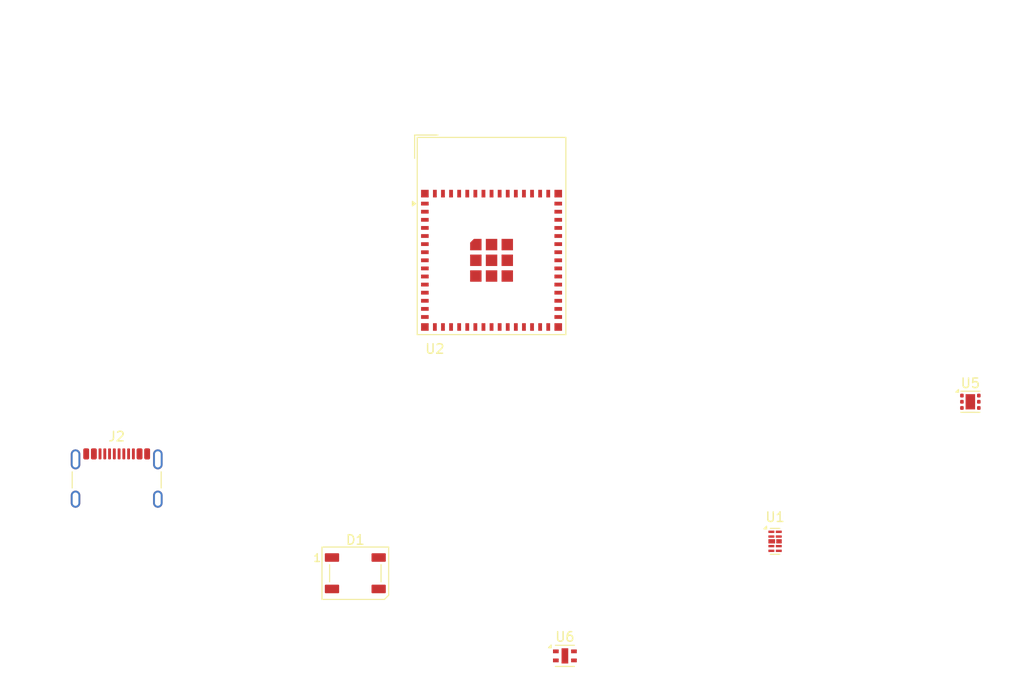
<source format=kicad_pcb>
(kicad_pcb (version 20241229) (generator "pcbnew") (generator_version "9.0")
  (layers (0 "F.Cu" signal) (2 "B.Cu" signal) (13 "F.Paste" user) (15 "B.Paste" user) (5 "F.SilkS" user "F.Silkscreen") (7 "B.SilkS" user "B.Silkscreen") (1 "F.Mask" user) (3 "B.Mask" user) (25 "Edge.Cuts" user))
  (net 0 "")
  (net 7 "Net-(J2-GND-PadA1)")
  (net 9 "Net-(J2-VBUS-PadA4)")
  (net 19 "Net-(U1-VSS-Pad3)")
  (net 25 "Net-(U2-GND-Pad1)")
  (net 67 "Net-(U5-GND-Pad3)")
  (net 75 "Net-(U6-GND-Pad4)")
  (footprint "Package_DFN_QFN:AMS_QFN-4-1EP_2x2mm_P0.95mm_EP0.7x1.6mm" (layer "F.Cu") (at 121.05 94.525)
    (property "Reference" "U6" (at 0 -2 0) (layer "F.SilkS"))
    (property "Value" "ENS210")
    (fp_line (start -1 1.11) (end 1 1.11) (stroke (width 0.12)) (layer "F.SilkS"))
    (fp_line (start 1 -1.11) (end -1 -1.11) (stroke (width 0.12)) (layer "F.SilkS"))
    (fp_poly (pts (xy -1.44 -0.86) (xy -1.72 -0.86) (xy -1.44 -1.14) (xy -1.44 -0.86)) (stroke (width 0.12)) (fill yes) (layer "F.SilkS"))
    (pad "1" smd rect (at -0.95 -0.475) (size 0.6 0.4) (layers "F.Cu" "F.Mask" "F.Paste"))
    (pad "2" smd rect (at -0.95 0.475) (size 0.6 0.4) (layers "F.Cu" "F.Mask" "F.Paste"))
    (pad "3" smd rect (at 0.95 0.475) (size 0.6 0.4) (layers "F.Cu" "F.Mask" "F.Paste"))
    (pad "4" smd rect (at 0.95 -0.475) (size 0.6 0.4) (layers "F.Cu" "F.Mask" "F.Paste") (net 75 "Net-(U6-GND-Pad4)"))
    (pad "5" smd rect (at 0 0) (size 0.7 1.6) (layers "F.Cu" "F.Mask") (net 75 "Net-(U6-GND-Pad4)"))
  )
  (footprint "Package_SON:WSON-6-1EP_2x2mm_P0.65mm_EP1x1.6mm" (layer "F.Cu") (at 163.6125 67.85)
    (property "Reference" "U5" (at 0 -1.95 0) (layer "F.SilkS"))
    (property "Value" "TLV75801PDRV")
    (fp_line (start -1 -1.11) (end 1 -1.11) (stroke (width 0.12)) (layer "F.SilkS"))
    (fp_line (start -1 1.11) (end 1 1.11) (stroke (width 0.12)) (layer "F.SilkS"))
    (fp_poly (pts (xy -1.24 -1.01) (xy -1.52 -1.01) (xy -1.24 -1.29)) (stroke (width 0.12)) (fill yes) (layer "F.SilkS"))
    (pad "1" smd roundrect (at -0.8875 -0.65) (size 0.375 0.4) (layers "F.Cu" "F.Mask" "F.Paste"))
    (pad "2" smd roundrect (at -0.8875 0) (size 0.375 0.4) (layers "F.Cu" "F.Mask" "F.Paste"))
    (pad "3" smd roundrect (at -0.8875 0.65) (size 0.375 0.4) (layers "F.Cu" "F.Mask" "F.Paste") (net 67 "Net-(U5-GND-Pad3)"))
    (pad "4" smd roundrect (at 0.8875 0.65) (size 0.375 0.4) (layers "F.Cu" "F.Mask" "F.Paste"))
    (pad "5" smd roundrect (at 0.8875 0) (size 0.375 0.4) (layers "F.Cu" "F.Mask" "F.Paste"))
    (pad "6" smd roundrect (at 0.8875 -0.65) (size 0.375 0.4) (layers "F.Cu" "F.Mask" "F.Paste"))
    (pad "7" smd rect (at 0 0) (size 1 1.6) (property pad_prop_heatsink) (layers "F.Cu" "F.Mask") (net 67 "Net-(U5-GND-Pad3)"))
  )
  (footprint "Package_DFN_QFN:Diodes_UDFN-10_1.0x2.5mm_P0.5mm" (layer "F.Cu") (at 143.1125 82.5)
    (property "Reference" "U1" (at 0 -2.54 0) (layer "F.SilkS"))
    (property "Value" "D3V3XA4B10LP")
    (fp_line (start 0.5 -1.36) (end -0.5 -1.36) (stroke (width 0.12)) (layer "F.SilkS"))
    (fp_line (start 0.5 1.36) (end -0.5 1.36) (stroke (width 0.12)) (layer "F.SilkS"))
    (fp_poly (pts (xy -0.89 -1.31) (xy -1.17 -1.31) (xy -0.89 -1.59) (xy -0.89 -1.31)) (stroke (width 0.12)) (fill yes) (layer "F.SilkS"))
    (pad "1" smd rect (at -0.3875 -1 270) (size 0.25 0.625) (layers "F.Cu" "F.Mask" "F.Paste"))
    (pad "2" smd rect (at -0.3875 -0.5 270) (size 0.25 0.625) (layers "F.Cu" "F.Mask" "F.Paste"))
    (pad "3" smd rect (at -0.35 0 270) (size 0.45 0.7) (layers "F.Cu" "F.Mask" "F.Paste") (net 19 "Net-(U1-VSS-Pad3)"))
    (pad "4" smd rect (at -0.3875 0.5 270) (size 0.25 0.625) (layers "F.Cu" "F.Mask" "F.Paste"))
    (pad "5" smd rect (at -0.3875 1 270) (size 0.25 0.625) (layers "F.Cu" "F.Mask" "F.Paste"))
    (pad "6" smd rect (at 0.3875 1 270) (size 0.25 0.625) (layers "F.Cu" "F.Mask" "F.Paste"))
    (pad "7" smd rect (at 0.3875 0.5 270) (size 0.25 0.625) (layers "F.Cu" "F.Mask" "F.Paste"))
    (pad "8" smd rect (at 0.4125 0 270) (size 0.45 0.575) (layers "F.Cu" "F.Mask" "F.Paste") (net 19 "Net-(U1-VSS-Pad3)"))
    (pad "9" smd rect (at 0.3875 -0.5 270) (size 0.25 0.625) (layers "F.Cu" "F.Mask" "F.Paste"))
    (pad "10" smd rect (at 0.3875 -1 270) (size 0.25 0.625) (layers "F.Cu" "F.Mask" "F.Paste"))
  )
  (footprint "RF_Module:ESP32-S2-MINI-1" (layer "F.Cu") (at 113.35 50.45)
    (property "Reference" "U2" (at -5.95 11.85 0) (layer "F.SilkS"))
    (property "Value" "ESP32-S3-MINI-1")
    (fp_line (start -8.075 -10.6) (end -8.075 -8.15) (stroke (width 0.12)) (layer "F.SilkS"))
    (fp_line (start -8.075 -10.6) (end -5.625 -10.6) (stroke (width 0.12)) (layer "F.SilkS"))
    (fp_line (start -7.8 -10.35) (end 7.8 -10.35) (stroke (width 0.12)) (layer "F.SilkS"))
    (fp_line (start -7.8 10.35) (end -7.8 -10.35) (stroke (width 0.12)) (layer "F.SilkS"))
    (fp_line (start 7.8 -10.35) (end 7.8 10.35) (stroke (width 0.12)) (layer "F.SilkS"))
    (fp_line (start 7.8 10.35) (end -7.8 10.35) (stroke (width 0.12)) (layer "F.SilkS"))
    (fp_poly (pts (xy -7.975 -3.4) (xy -8.311 -3.16) (xy -8.311 -3.64) (xy -7.975 -3.4)) (stroke (width 0.12)) (fill yes) (layer "F.SilkS"))
    (pad "1" smd rect (at -7 -3.4) (size 0.8 0.4) (layers "F.Cu" "F.Mask" "F.Paste") (net 25 "Net-(U2-GND-Pad1)"))
    (pad "2" smd rect (at -7 -2.55) (size 0.8 0.4) (layers "F.Cu" "F.Mask" "F.Paste") (net 25 "Net-(U2-GND-Pad1)"))
    (pad "3" smd rect (at -7 -1.7) (size 0.8 0.4) (layers "F.Cu" "F.Mask" "F.Paste"))
    (pad "4" smd rect (at -7 -0.85) (size 0.8 0.4) (layers "F.Cu" "F.Mask" "F.Paste"))
    (pad "5" smd rect (at -7 0) (size 0.8 0.4) (layers "F.Cu" "F.Mask" "F.Paste"))
    (pad "6" smd rect (at -7 0.85) (size 0.8 0.4) (layers "F.Cu" "F.Mask" "F.Paste"))
    (pad "7" smd rect (at -7 1.7) (size 0.8 0.4) (layers "F.Cu" "F.Mask" "F.Paste"))
    (pad "8" smd rect (at -7 2.55) (size 0.8 0.4) (layers "F.Cu" "F.Mask" "F.Paste"))
    (pad "9" smd rect (at -7 3.4) (size 0.8 0.4) (layers "F.Cu" "F.Mask" "F.Paste"))
    (pad "10" smd rect (at -7 4.25) (size 0.8 0.4) (layers "F.Cu" "F.Mask" "F.Paste"))
    (pad "11" smd rect (at -7 5.1) (size 0.8 0.4) (layers "F.Cu" "F.Mask" "F.Paste"))
    (pad "12" smd rect (at -7 5.95) (size 0.8 0.4) (layers "F.Cu" "F.Mask" "F.Paste"))
    (pad "13" smd rect (at -7 6.8) (size 0.8 0.4) (layers "F.Cu" "F.Mask" "F.Paste"))
    (pad "14" smd rect (at -7 7.65) (size 0.8 0.4) (layers "F.Cu" "F.Mask" "F.Paste"))
    (pad "15" smd rect (at -7 8.5) (size 0.8 0.4) (layers "F.Cu" "F.Mask" "F.Paste"))
    (pad "16" smd rect (at -5.95 9.55 90) (size 0.8 0.4) (layers "F.Cu" "F.Mask" "F.Paste"))
    (pad "17" smd rect (at -5.1 9.55 90) (size 0.8 0.4) (layers "F.Cu" "F.Mask" "F.Paste"))
    (pad "18" smd rect (at -4.25 9.55 90) (size 0.8 0.4) (layers "F.Cu" "F.Mask" "F.Paste"))
    (pad "19" smd rect (at -3.4 9.55 90) (size 0.8 0.4) (layers "F.Cu" "F.Mask" "F.Paste"))
    (pad "20" smd rect (at -2.55 9.55 90) (size 0.8 0.4) (layers "F.Cu" "F.Mask" "F.Paste"))
    (pad "21" smd rect (at -1.7 9.55 90) (size 0.8 0.4) (layers "F.Cu" "F.Mask" "F.Paste"))
    (pad "22" smd rect (at -0.85 9.55 90) (size 0.8 0.4) (layers "F.Cu" "F.Mask" "F.Paste"))
    (pad "23" smd rect (at 0 9.55 90) (size 0.8 0.4) (layers "F.Cu" "F.Mask" "F.Paste"))
    (pad "24" smd rect (at 0.85 9.55 90) (size 0.8 0.4) (layers "F.Cu" "F.Mask" "F.Paste"))
    (pad "25" smd rect (at 1.7 9.55 90) (size 0.8 0.4) (layers "F.Cu" "F.Mask" "F.Paste"))
    (pad "26" smd rect (at 2.55 9.55 90) (size 0.8 0.4) (layers "F.Cu" "F.Mask" "F.Paste"))
    (pad "27" smd rect (at 3.4 9.55 90) (size 0.8 0.4) (layers "F.Cu" "F.Mask" "F.Paste"))
    (pad "28" smd rect (at 4.25 9.55 90) (size 0.8 0.4) (layers "F.Cu" "F.Mask" "F.Paste"))
    (pad "29" smd rect (at 5.1 9.55 90) (size 0.8 0.4) (layers "F.Cu" "F.Mask" "F.Paste"))
    (pad "30" smd rect (at 5.95 9.55 90) (size 0.8 0.4) (layers "F.Cu" "F.Mask" "F.Paste"))
    (pad "31" smd rect (at 7 8.5) (size 0.8 0.4) (layers "F.Cu" "F.Mask" "F.Paste"))
    (pad "32" smd rect (at 7 7.65) (size 0.8 0.4) (layers "F.Cu" "F.Mask" "F.Paste"))
    (pad "33" smd rect (at 7 6.8) (size 0.8 0.4) (layers "F.Cu" "F.Mask" "F.Paste"))
    (pad "34" smd rect (at 7 5.95) (size 0.8 0.4) (layers "F.Cu" "F.Mask" "F.Paste"))
    (pad "35" smd rect (at 7 5.1) (size 0.8 0.4) (layers "F.Cu" "F.Mask" "F.Paste"))
    (pad "36" smd rect (at 7 4.25) (size 0.8 0.4) (layers "F.Cu" "F.Mask" "F.Paste"))
    (pad "37" smd rect (at 7 3.4) (size 0.8 0.4) (layers "F.Cu" "F.Mask" "F.Paste"))
    (pad "38" smd rect (at 7 2.55) (size 0.8 0.4) (layers "F.Cu" "F.Mask" "F.Paste"))
    (pad "39" smd rect (at 7 1.7) (size 0.8 0.4) (layers "F.Cu" "F.Mask" "F.Paste"))
    (pad "40" smd rect (at 7 0.85) (size 0.8 0.4) (layers "F.Cu" "F.Mask" "F.Paste"))
    (pad "41" smd rect (at 7 0) (size 0.8 0.4) (layers "F.Cu" "F.Mask" "F.Paste"))
    (pad "42" smd rect (at 7 -0.85) (size 0.8 0.4) (layers "F.Cu" "F.Mask" "F.Paste") (net 25 "Net-(U2-GND-Pad1)"))
    (pad "43" smd rect (at 7 -1.7) (size 0.8 0.4) (layers "F.Cu" "F.Mask" "F.Paste") (net 25 "Net-(U2-GND-Pad1)"))
    (pad "44" smd rect (at 7 -2.55) (size 0.8 0.4) (layers "F.Cu" "F.Mask" "F.Paste"))
    (pad "45" smd rect (at 7 -3.4) (size 0.8 0.4) (layers "F.Cu" "F.Mask" "F.Paste"))
    (pad "46" smd rect (at 5.95 -4.45 90) (size 0.8 0.4) (layers "F.Cu" "F.Mask" "F.Paste") (net 25 "Net-(U2-GND-Pad1)"))
    (pad "47" smd rect (at 5.1 -4.45 90) (size 0.8 0.4) (layers "F.Cu" "F.Mask" "F.Paste") (net 25 "Net-(U2-GND-Pad1)"))
    (pad "48" smd rect (at 4.25 -4.45 90) (size 0.8 0.4) (layers "F.Cu" "F.Mask" "F.Paste") (net 25 "Net-(U2-GND-Pad1)"))
    (pad "49" smd rect (at 3.4 -4.45 90) (size 0.8 0.4) (layers "F.Cu" "F.Mask" "F.Paste") (net 25 "Net-(U2-GND-Pad1)"))
    (pad "50" smd rect (at 2.55 -4.45 90) (size 0.8 0.4) (layers "F.Cu" "F.Mask" "F.Paste") (net 25 "Net-(U2-GND-Pad1)"))
    (pad "51" smd rect (at 1.7 -4.45 90) (size 0.8 0.4) (layers "F.Cu" "F.Mask" "F.Paste") (net 25 "Net-(U2-GND-Pad1)"))
    (pad "52" smd rect (at 0.85 -4.45 90) (size 0.8 0.4) (layers "F.Cu" "F.Mask" "F.Paste") (net 25 "Net-(U2-GND-Pad1)"))
    (pad "53" smd rect (at 0 -4.45 90) (size 0.8 0.4) (layers "F.Cu" "F.Mask" "F.Paste") (net 25 "Net-(U2-GND-Pad1)"))
    (pad "54" smd rect (at -0.85 -4.45 90) (size 0.8 0.4) (layers "F.Cu" "F.Mask" "F.Paste") (net 25 "Net-(U2-GND-Pad1)"))
    (pad "55" smd rect (at -1.7 -4.45 90) (size 0.8 0.4) (layers "F.Cu" "F.Mask" "F.Paste") (net 25 "Net-(U2-GND-Pad1)"))
    (pad "56" smd rect (at -2.55 -4.45 90) (size 0.8 0.4) (layers "F.Cu" "F.Mask" "F.Paste") (net 25 "Net-(U2-GND-Pad1)"))
    (pad "57" smd rect (at -3.4 -4.45 90) (size 0.8 0.4) (layers "F.Cu" "F.Mask" "F.Paste") (net 25 "Net-(U2-GND-Pad1)"))
    (pad "58" smd rect (at -4.25 -4.45 90) (size 0.8 0.4) (layers "F.Cu" "F.Mask" "F.Paste") (net 25 "Net-(U2-GND-Pad1)"))
    (pad "59" smd rect (at -5.1 -4.45 90) (size 0.8 0.4) (layers "F.Cu" "F.Mask" "F.Paste") (net 25 "Net-(U2-GND-Pad1)"))
    (pad "60" smd rect (at -5.95 -4.45 90) (size 0.8 0.4) (layers "F.Cu" "F.Mask" "F.Paste") (net 25 "Net-(U2-GND-Pad1)"))
    (pad "61" smd roundrect (at -1.65 0.9) (size 1.2 1.2) (property pad_prop_heatsink) (layers "F.Cu" "F.Mask" "F.Paste") (roundrect_rratio 0) (chamfer_ratio 0.33) (chamfer top_left) (net 25 "Net-(U2-GND-Pad1)"))
    (pad "61" smd rect (at -1.65 2.55) (size 1.2 1.2) (property pad_prop_heatsink) (layers "F.Cu" "F.Mask" "F.Paste") (net 25 "Net-(U2-GND-Pad1)"))
    (pad "61" smd rect (at -1.65 4.2) (size 1.2 1.2) (property pad_prop_heatsink) (layers "F.Cu" "F.Mask" "F.Paste") (net 25 "Net-(U2-GND-Pad1)"))
    (pad "61" smd rect (at 0 0.9) (size 1.2 1.2) (property pad_prop_heatsink) (layers "F.Cu" "F.Mask" "F.Paste") (net 25 "Net-(U2-GND-Pad1)"))
    (pad "61" smd rect (at 0 2.55) (size 1.2 1.2) (property pad_prop_heatsink) (layers "F.Cu" "F.Mask" "F.Paste") (net 25 "Net-(U2-GND-Pad1)"))
    (pad "61" smd rect (at 0 4.2) (size 1.2 1.2) (property pad_prop_heatsink) (layers "F.Cu" "F.Mask" "F.Paste") (net 25 "Net-(U2-GND-Pad1)"))
    (pad "61" smd rect (at 1.65 0.9) (size 1.2 1.2) (property pad_prop_heatsink) (layers "F.Cu" "F.Mask" "F.Paste") (net 25 "Net-(U2-GND-Pad1)"))
    (pad "61" smd rect (at 1.65 2.55) (size 1.2 1.2) (property pad_prop_heatsink) (layers "F.Cu" "F.Mask" "F.Paste") (net 25 "Net-(U2-GND-Pad1)"))
    (pad "61" smd rect (at 1.65 4.2) (size 1.2 1.2) (property pad_prop_heatsink) (layers "F.Cu" "F.Mask" "F.Paste") (net 25 "Net-(U2-GND-Pad1)"))
    (pad "62" smd rect (at -7 -4.45) (size 0.8 0.8) (layers "F.Cu" "F.Mask" "F.Paste") (net 25 "Net-(U2-GND-Pad1)"))
    (pad "63" smd rect (at -7 9.55) (size 0.8 0.8) (layers "F.Cu" "F.Mask" "F.Paste") (net 25 "Net-(U2-GND-Pad1)"))
    (pad "64" smd rect (at 7 9.55) (size 0.8 0.8) (layers "F.Cu" "F.Mask" "F.Paste") (net 25 "Net-(U2-GND-Pad1)"))
    (pad "65" smd rect (at 7 -4.45) (size 0.8 0.8) (layers "F.Cu" "F.Mask" "F.Paste") (net 25 "Net-(U2-GND-Pad1)"))
  )
  (footprint "LED_SMD:LED_WS2812B_PLCC4_5.0x5.0mm_P3.2mm" (layer "F.Cu") (at 99.05 85.85)
    (property "Reference" "D1" (at 0 -3.5 0) (layer "F.SilkS"))
    (property "Value" "WS2812B")
    (fp_line (start -3.5 -2.75) (end -3.5 2.75) (stroke (width 0.12)) (layer "F.SilkS"))
    (fp_line (start -3.5 -2.75) (end 3.5 -2.75) (stroke (width 0.12)) (layer "F.SilkS"))
    (fp_line (start -3.5 2.75) (end 3.05 2.75) (stroke (width 0.12)) (layer "F.SilkS"))
    (fp_line (start -2.7 0.9) (end -2.7 -0.9) (stroke (width 0.12)) (layer "F.SilkS"))
    (fp_line (start 2.7 0.9) (end 2.7 -0.9) (stroke (width 0.12)) (layer "F.SilkS"))
    (fp_line (start 3.05 2.75) (end 3.5 2.3) (stroke (width 0.12)) (layer "F.SilkS"))
    (fp_line (start 3.5 2.3) (end 3.5 -2.75) (stroke (width 0.12)) (layer "F.SilkS"))
    (fp_text user "1" (at -4 -1.6 0) (layer "F.SilkS") (effects (font (size 0.8 0.8))))
    (pad "1" smd roundrect (at -2.45 -1.65) (size 1.5 0.9) (layers "F.Cu" "F.Mask" "F.Paste") (roundrect_rratio 0.1))
    (pad "2" smd roundrect (at -2.45 1.65) (size 1.5 0.9) (layers "F.Cu" "F.Mask" "F.Paste") (roundrect_rratio 0.1))
    (pad "3" smd roundrect (at 2.45 1.65) (size 1.5 0.9) (layers "F.Cu" "F.Mask" "F.Paste") (roundrect_rratio 0.1))
    (pad "4" smd roundrect (at 2.45 -1.65) (size 1.5 0.9) (layers "F.Cu" "F.Mask" "F.Paste") (roundrect_rratio 0.1))
  )
  (footprint "Connector_USB:USB_C_Receptacle_GCT_USB4105-xx-A_16P_TopMnt_Horizontal" (layer "F.Cu") (at 74 77)
    (property "Reference" "J2" (at 0 -5.5 0) (layer "F.SilkS"))
    (property "Value" "USB_C_Receptacle_USB2.0_16P")
    (fp_line (start -4.67 -0.1) (end -4.67 -1.8) (stroke (width 0.12)) (layer "F.SilkS"))
    (fp_line (start 4.67 -0.1) (end 4.67 -1.8) (stroke (width 0.12)) (layer "F.SilkS"))
    (pad "" np_thru_hole circle (at -2.89 -2.605) (size 0.65 0.65) (drill 0.65) (layers "*.Cu" "*.Mask"))
    (pad "" np_thru_hole circle (at 2.89 -2.605) (size 0.65 0.65) (drill 0.65) (layers "*.Cu" "*.Mask"))
    (pad "A1" smd roundrect (at -3.2 -3.68) (size 0.6 1.15) (layers "F.Cu" "F.Mask" "F.Paste") (net 7 "Net-(J2-GND-PadA1)"))
    (pad "A4" smd roundrect (at -2.4 -3.68) (size 0.6 1.15) (layers "F.Cu" "F.Mask" "F.Paste") (net 9 "Net-(J2-VBUS-PadA4)"))
    (pad "A5" smd roundrect (at -1.25 -3.68) (size 0.3 1.15) (layers "F.Cu" "F.Mask" "F.Paste"))
    (pad "A6" smd roundrect (at -0.25 -3.68) (size 0.3 1.15) (layers "F.Cu" "F.Mask" "F.Paste"))
    (pad "A7" smd roundrect (at 0.25 -3.68) (size 0.3 1.15) (layers "F.Cu" "F.Mask" "F.Paste"))
    (pad "A8" smd roundrect (at 1.25 -3.68) (size 0.3 1.15) (layers "F.Cu" "F.Mask" "F.Paste"))
    (pad "A9" smd roundrect (at 2.4 -3.68) (size 0.6 1.15) (layers "F.Cu" "F.Mask" "F.Paste") (net 9 "Net-(J2-VBUS-PadA4)"))
    (pad "A12" smd roundrect (at 3.2 -3.68) (size 0.6 1.15) (layers "F.Cu" "F.Mask" "F.Paste") (net 7 "Net-(J2-GND-PadA1)"))
    (pad "B1" smd roundrect (at 3.2 -3.68) (size 0.6 1.15) (layers "F.Cu" "F.Mask" "F.Paste") (net 7 "Net-(J2-GND-PadA1)"))
    (pad "B4" smd roundrect (at 2.4 -3.68) (size 0.6 1.15) (layers "F.Cu" "F.Mask" "F.Paste") (net 9 "Net-(J2-VBUS-PadA4)"))
    (pad "B5" smd roundrect (at 1.75 -3.68) (size 0.3 1.15) (layers "F.Cu" "F.Mask" "F.Paste"))
    (pad "B6" smd roundrect (at 0.75 -3.68) (size 0.3 1.15) (layers "F.Cu" "F.Mask" "F.Paste"))
    (pad "B7" smd roundrect (at -0.75 -3.68) (size 0.3 1.15) (layers "F.Cu" "F.Mask" "F.Paste"))
    (pad "B8" smd roundrect (at -1.75 -3.68) (size 0.3 1.15) (layers "F.Cu" "F.Mask" "F.Paste"))
    (pad "B9" smd roundrect (at -2.4 -3.68) (size 0.6 1.15) (layers "F.Cu" "F.Mask" "F.Paste") (net 9 "Net-(J2-VBUS-PadA4)"))
    (pad "B12" smd roundrect (at -3.2 -3.68) (size 0.6 1.15) (layers "F.Cu" "F.Mask" "F.Paste") (net 7 "Net-(J2-GND-PadA1)"))
    (pad "S1" thru_hole oval (at -4.32 -3.105) (size 1 2.1) (drill oval 0.6 1.7) (property pad_prop_heatsink) (layers "*.Cu" "*.Mask" "F.Paste"))
    (pad "S1" thru_hole oval (at -4.32 1.075) (size 1 1.8) (drill oval 0.6 1.4) (property pad_prop_heatsink) (layers "*.Cu" "*.Mask" "F.Paste"))
    (pad "S1" thru_hole oval (at 4.32 -3.105) (size 1 2.1) (drill oval 0.6 1.7) (property pad_prop_heatsink) (layers "*.Cu" "*.Mask" "F.Paste"))
    (pad "S1" thru_hole oval (at 4.32 1.075) (size 1 1.8) (drill oval 0.6 1.4) (property pad_prop_heatsink) (layers "*.Cu" "*.Mask" "F.Paste"))
  )
)
</source>
